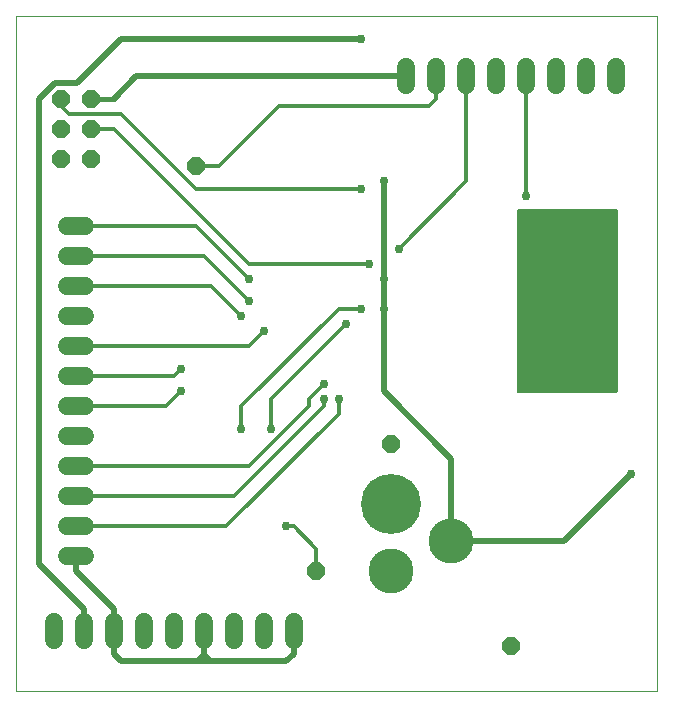
<source format=gbl>
G04 EAGLE Gerber RS-274X export*
G75*
%MOMM*%
%FSLAX34Y34*%
%LPD*%
%INBottom Layer*%
%IPPOS*%
%AMOC8*
5,1,8,0,0,1.08239X$1,22.5*%
G01*
%ADD10C,0.000000*%
%ADD11P,1.649562X8X22.500000*%
%ADD12P,1.649562X8X202.500000*%
%ADD13P,1.649562X8X292.500000*%
%ADD14C,1.508000*%
%ADD15C,3.810000*%
%ADD16C,5.080000*%
%ADD17C,0.756400*%
%ADD18C,0.508000*%
%ADD19C,0.304800*%
%ADD20C,0.406400*%

G36*
X508026Y252480D02*
X508026Y252480D01*
X508052Y252478D01*
X508199Y252500D01*
X508346Y252517D01*
X508371Y252525D01*
X508397Y252529D01*
X508535Y252584D01*
X508674Y252634D01*
X508696Y252648D01*
X508721Y252658D01*
X508842Y252743D01*
X508967Y252823D01*
X508985Y252842D01*
X509007Y252857D01*
X509106Y252967D01*
X509209Y253074D01*
X509223Y253096D01*
X509240Y253116D01*
X509312Y253246D01*
X509388Y253373D01*
X509396Y253398D01*
X509409Y253421D01*
X509449Y253564D01*
X509494Y253705D01*
X509496Y253731D01*
X509504Y253756D01*
X509523Y254000D01*
X509523Y406400D01*
X509520Y406426D01*
X509522Y406452D01*
X509500Y406599D01*
X509483Y406746D01*
X509475Y406771D01*
X509471Y406797D01*
X509416Y406935D01*
X509366Y407074D01*
X509352Y407096D01*
X509342Y407121D01*
X509257Y407242D01*
X509177Y407367D01*
X509158Y407385D01*
X509143Y407407D01*
X509033Y407506D01*
X508926Y407609D01*
X508904Y407623D01*
X508884Y407640D01*
X508754Y407712D01*
X508627Y407788D01*
X508602Y407796D01*
X508579Y407809D01*
X508436Y407849D01*
X508295Y407894D01*
X508269Y407896D01*
X508244Y407904D01*
X508000Y407923D01*
X425450Y407923D01*
X425424Y407920D01*
X425398Y407922D01*
X425251Y407900D01*
X425104Y407883D01*
X425079Y407875D01*
X425053Y407871D01*
X424915Y407816D01*
X424776Y407766D01*
X424754Y407752D01*
X424729Y407742D01*
X424608Y407657D01*
X424483Y407577D01*
X424465Y407558D01*
X424443Y407543D01*
X424344Y407433D01*
X424241Y407326D01*
X424227Y407304D01*
X424210Y407284D01*
X424138Y407154D01*
X424062Y407027D01*
X424054Y407002D01*
X424041Y406979D01*
X424001Y406836D01*
X423956Y406695D01*
X423954Y406669D01*
X423946Y406644D01*
X423927Y406400D01*
X423927Y254000D01*
X423930Y253974D01*
X423928Y253948D01*
X423950Y253801D01*
X423967Y253654D01*
X423975Y253629D01*
X423979Y253603D01*
X424034Y253465D01*
X424084Y253326D01*
X424098Y253304D01*
X424108Y253279D01*
X424193Y253158D01*
X424273Y253033D01*
X424292Y253015D01*
X424307Y252993D01*
X424417Y252894D01*
X424524Y252791D01*
X424546Y252777D01*
X424566Y252760D01*
X424696Y252688D01*
X424823Y252612D01*
X424848Y252604D01*
X424871Y252591D01*
X425014Y252551D01*
X425155Y252506D01*
X425181Y252504D01*
X425206Y252496D01*
X425450Y252477D01*
X508000Y252477D01*
X508026Y252480D01*
G37*
D10*
X0Y0D02*
X542800Y0D01*
X542800Y571400D01*
X0Y571400D01*
X0Y0D01*
D11*
X152400Y444500D03*
X419100Y38100D03*
D12*
X317500Y209550D03*
D13*
X38100Y501650D03*
X63500Y501650D03*
X38100Y476250D03*
X63500Y476250D03*
X38100Y450850D03*
X63500Y450850D03*
D11*
X254000Y101600D03*
D14*
X234950Y58340D02*
X234950Y43260D01*
X209550Y43260D02*
X209550Y58340D01*
X184150Y58340D02*
X184150Y43260D01*
X158750Y43260D02*
X158750Y58340D01*
X133350Y58340D02*
X133350Y43260D01*
X107950Y43260D02*
X107950Y58340D01*
X82550Y58340D02*
X82550Y43260D01*
X57150Y43260D02*
X57150Y58340D01*
X31750Y58340D02*
X31750Y43260D01*
D15*
X317500Y101600D03*
X368300Y127000D03*
D16*
X317500Y158750D03*
D14*
X330200Y513160D02*
X330200Y528240D01*
X355600Y528240D02*
X355600Y513160D01*
X381000Y513160D02*
X381000Y528240D01*
X406400Y528240D02*
X406400Y513160D01*
X431800Y513160D02*
X431800Y528240D01*
X457200Y528240D02*
X457200Y513160D01*
X482600Y513160D02*
X482600Y528240D01*
X508000Y528240D02*
X508000Y513160D01*
X58340Y215900D02*
X43260Y215900D01*
X43260Y241300D02*
X58340Y241300D01*
X58340Y266700D02*
X43260Y266700D01*
X43260Y292100D02*
X58340Y292100D01*
X58340Y317500D02*
X43260Y317500D01*
X43260Y342900D02*
X58340Y342900D01*
X58340Y368300D02*
X43260Y368300D01*
X43260Y393700D02*
X58340Y393700D01*
X58340Y114300D02*
X43260Y114300D01*
X43260Y139700D02*
X58340Y139700D01*
X58340Y165100D02*
X43260Y165100D01*
X43260Y190500D02*
X58340Y190500D01*
D17*
X450850Y381000D03*
X450850Y279400D03*
D18*
X50800Y114300D02*
X50800Y101600D01*
X82550Y69850D01*
X82550Y31750D02*
X88900Y25400D01*
X153670Y25400D01*
X158750Y25400D01*
X163830Y25400D01*
X228600Y25400D01*
X234950Y31750D01*
X158750Y30480D02*
X153670Y25400D01*
X158750Y30480D02*
X163830Y25400D01*
X368300Y127000D02*
X463550Y127000D01*
X520700Y184150D01*
D17*
X520700Y184150D03*
D18*
X82550Y50800D02*
X82550Y31750D01*
X82550Y50800D02*
X82550Y69850D01*
X158750Y50800D02*
X158750Y25400D01*
X234950Y31750D02*
X234950Y50800D01*
D17*
X228600Y139700D03*
D19*
X234950Y139700D01*
X254000Y120650D01*
X254000Y101600D01*
D17*
X311150Y431800D03*
D18*
X311150Y349250D02*
X311150Y323850D01*
X311150Y349250D02*
X311150Y431800D01*
D17*
X311150Y323850D03*
X311150Y349250D03*
D18*
X311150Y323850D02*
X311150Y254000D01*
X368300Y196850D01*
X368300Y127000D01*
X82550Y501650D02*
X101600Y520700D01*
D20*
X82550Y501650D02*
X63500Y501650D01*
D18*
X101600Y520700D02*
X330200Y520700D01*
D19*
X355600Y520700D02*
X355600Y501650D01*
X349250Y495300D01*
X222250Y495300D01*
X171450Y444500D02*
X152400Y444500D01*
X171450Y444500D02*
X222250Y495300D01*
D18*
X19050Y501650D02*
X19050Y107950D01*
X88900Y552450D02*
X292100Y552450D01*
X19050Y107950D02*
X57150Y69850D01*
D17*
X292100Y552450D03*
D18*
X57150Y69850D02*
X57150Y50800D01*
X19421Y501650D02*
X19050Y501650D01*
X51308Y514858D02*
X88900Y552450D01*
X32629Y514858D02*
X19421Y501650D01*
X32629Y514858D02*
X51308Y514858D01*
D17*
X292100Y425450D03*
D19*
X152400Y425450D01*
X88900Y488950D01*
X44450Y488950D01*
X38100Y495300D01*
X38100Y501650D01*
X63500Y476250D02*
X82550Y476250D01*
X196850Y361950D01*
X298450Y361950D01*
D17*
X298450Y361950D03*
X431800Y419100D03*
D19*
X431800Y520700D01*
D17*
X323850Y374650D03*
D19*
X381000Y431800D01*
X381000Y520700D01*
D17*
X190500Y222250D03*
X292100Y323850D03*
D19*
X190500Y241300D02*
X190500Y222250D01*
X190500Y241300D02*
X273050Y323850D01*
X292100Y323850D01*
D17*
X215900Y222250D03*
D19*
X215900Y247650D01*
X279400Y311150D01*
D17*
X279400Y311150D03*
D19*
X177800Y139700D02*
X50800Y139700D01*
X273050Y234950D02*
X273050Y247650D01*
X273050Y234950D02*
X177800Y139700D01*
D17*
X273050Y247650D03*
D19*
X184150Y165100D02*
X50800Y165100D01*
X260350Y241300D02*
X260350Y247650D01*
X260350Y241300D02*
X184150Y165100D01*
D17*
X260350Y247650D03*
D19*
X196850Y190500D02*
X50800Y190500D01*
X247650Y247650D02*
X260350Y260350D01*
X247650Y247650D02*
X247650Y241300D01*
X196850Y190500D01*
D17*
X260350Y260350D03*
D19*
X127000Y241300D02*
X50800Y241300D01*
X127000Y241300D02*
X139700Y254000D01*
D17*
X139700Y254000D03*
D19*
X133350Y266700D02*
X50800Y266700D01*
X133350Y266700D02*
X139700Y273050D01*
D17*
X139700Y273050D03*
D19*
X196850Y292100D02*
X50800Y292100D01*
X196850Y292100D02*
X209550Y304800D01*
D17*
X209550Y304800D03*
D19*
X165100Y342900D02*
X50800Y342900D01*
X165100Y342900D02*
X190500Y317500D01*
D17*
X190500Y317500D03*
D19*
X158750Y368300D02*
X50800Y368300D01*
X158750Y368300D02*
X196850Y330200D01*
D17*
X196850Y330200D03*
D19*
X152400Y393700D02*
X50800Y393700D01*
X152400Y393700D02*
X196850Y349250D01*
D17*
X196850Y349250D03*
M02*

</source>
